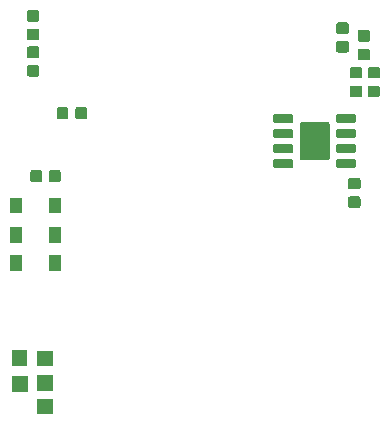
<source format=gbr>
G04 #@! TF.GenerationSoftware,KiCad,Pcbnew,5.1.4-1.fc30*
G04 #@! TF.CreationDate,2020-04-06T19:00:12+02:00*
G04 #@! TF.ProjectId,venom,76656e6f-6d2e-46b6-9963-61645f706362,rev?*
G04 #@! TF.SameCoordinates,Original*
G04 #@! TF.FileFunction,Soldermask,Bot*
G04 #@! TF.FilePolarity,Negative*
%FSLAX46Y46*%
G04 Gerber Fmt 4.6, Leading zero omitted, Abs format (unit mm)*
G04 Created by KiCad (PCBNEW 5.1.4-1.fc30) date 2020-04-06 19:00:12*
%MOMM*%
%LPD*%
G04 APERTURE LIST*
%ADD10C,0.100000*%
G04 APERTURE END LIST*
D10*
G36*
X149651000Y-138251000D02*
G01*
X148349000Y-138251000D01*
X148349000Y-136949000D01*
X149651000Y-136949000D01*
X149651000Y-138251000D01*
X149651000Y-138251000D01*
G37*
G36*
X147551000Y-136351000D02*
G01*
X146249000Y-136351000D01*
X146249000Y-135049000D01*
X147551000Y-135049000D01*
X147551000Y-136351000D01*
X147551000Y-136351000D01*
G37*
G36*
X149651000Y-136251000D02*
G01*
X148349000Y-136251000D01*
X148349000Y-134949000D01*
X149651000Y-134949000D01*
X149651000Y-136251000D01*
X149651000Y-136251000D01*
G37*
G36*
X149651000Y-134201000D02*
G01*
X148349000Y-134201000D01*
X148349000Y-132899000D01*
X149651000Y-132899000D01*
X149651000Y-134201000D01*
X149651000Y-134201000D01*
G37*
G36*
X147501000Y-134151000D02*
G01*
X146199000Y-134151000D01*
X146199000Y-132849000D01*
X147501000Y-132849000D01*
X147501000Y-134151000D01*
X147501000Y-134151000D01*
G37*
G36*
X150341000Y-126101000D02*
G01*
X149339000Y-126101000D01*
X149339000Y-124799000D01*
X150341000Y-124799000D01*
X150341000Y-126101000D01*
X150341000Y-126101000D01*
G37*
G36*
X147041000Y-126101000D02*
G01*
X146039000Y-126101000D01*
X146039000Y-124799000D01*
X147041000Y-124799000D01*
X147041000Y-126101000D01*
X147041000Y-126101000D01*
G37*
G36*
X147041000Y-123721000D02*
G01*
X146039000Y-123721000D01*
X146039000Y-122419000D01*
X147041000Y-122419000D01*
X147041000Y-123721000D01*
X147041000Y-123721000D01*
G37*
G36*
X150341000Y-123721000D02*
G01*
X149339000Y-123721000D01*
X149339000Y-122419000D01*
X150341000Y-122419000D01*
X150341000Y-123721000D01*
X150341000Y-123721000D01*
G37*
G36*
X147051000Y-121211000D02*
G01*
X146049000Y-121211000D01*
X146049000Y-119909000D01*
X147051000Y-119909000D01*
X147051000Y-121211000D01*
X147051000Y-121211000D01*
G37*
G36*
X150351000Y-121211000D02*
G01*
X149349000Y-121211000D01*
X149349000Y-119909000D01*
X150351000Y-119909000D01*
X150351000Y-121211000D01*
X150351000Y-121211000D01*
G37*
G36*
X175579591Y-119803085D02*
G01*
X175613569Y-119813393D01*
X175644890Y-119830134D01*
X175672339Y-119852661D01*
X175694866Y-119880110D01*
X175711607Y-119911431D01*
X175721915Y-119945409D01*
X175726000Y-119986890D01*
X175726000Y-120588110D01*
X175721915Y-120629591D01*
X175711607Y-120663569D01*
X175694866Y-120694890D01*
X175672339Y-120722339D01*
X175644890Y-120744866D01*
X175613569Y-120761607D01*
X175579591Y-120771915D01*
X175538110Y-120776000D01*
X174861890Y-120776000D01*
X174820409Y-120771915D01*
X174786431Y-120761607D01*
X174755110Y-120744866D01*
X174727661Y-120722339D01*
X174705134Y-120694890D01*
X174688393Y-120663569D01*
X174678085Y-120629591D01*
X174674000Y-120588110D01*
X174674000Y-119986890D01*
X174678085Y-119945409D01*
X174688393Y-119911431D01*
X174705134Y-119880110D01*
X174727661Y-119852661D01*
X174755110Y-119830134D01*
X174786431Y-119813393D01*
X174820409Y-119803085D01*
X174861890Y-119799000D01*
X175538110Y-119799000D01*
X175579591Y-119803085D01*
X175579591Y-119803085D01*
G37*
G36*
X175579591Y-118228085D02*
G01*
X175613569Y-118238393D01*
X175644890Y-118255134D01*
X175672339Y-118277661D01*
X175694866Y-118305110D01*
X175711607Y-118336431D01*
X175721915Y-118370409D01*
X175726000Y-118411890D01*
X175726000Y-119013110D01*
X175721915Y-119054591D01*
X175711607Y-119088569D01*
X175694866Y-119119890D01*
X175672339Y-119147339D01*
X175644890Y-119169866D01*
X175613569Y-119186607D01*
X175579591Y-119196915D01*
X175538110Y-119201000D01*
X174861890Y-119201000D01*
X174820409Y-119196915D01*
X174786431Y-119186607D01*
X174755110Y-119169866D01*
X174727661Y-119147339D01*
X174705134Y-119119890D01*
X174688393Y-119088569D01*
X174678085Y-119054591D01*
X174674000Y-119013110D01*
X174674000Y-118411890D01*
X174678085Y-118370409D01*
X174688393Y-118336431D01*
X174705134Y-118305110D01*
X174727661Y-118277661D01*
X174755110Y-118255134D01*
X174786431Y-118238393D01*
X174820409Y-118228085D01*
X174861890Y-118224000D01*
X175538110Y-118224000D01*
X175579591Y-118228085D01*
X175579591Y-118228085D01*
G37*
G36*
X148604591Y-117558085D02*
G01*
X148638569Y-117568393D01*
X148669890Y-117585134D01*
X148697339Y-117607661D01*
X148719866Y-117635110D01*
X148736607Y-117666431D01*
X148746915Y-117700409D01*
X148751000Y-117741890D01*
X148751000Y-118418110D01*
X148746915Y-118459591D01*
X148736607Y-118493569D01*
X148719866Y-118524890D01*
X148697339Y-118552339D01*
X148669890Y-118574866D01*
X148638569Y-118591607D01*
X148604591Y-118601915D01*
X148563110Y-118606000D01*
X147961890Y-118606000D01*
X147920409Y-118601915D01*
X147886431Y-118591607D01*
X147855110Y-118574866D01*
X147827661Y-118552339D01*
X147805134Y-118524890D01*
X147788393Y-118493569D01*
X147778085Y-118459591D01*
X147774000Y-118418110D01*
X147774000Y-117741890D01*
X147778085Y-117700409D01*
X147788393Y-117666431D01*
X147805134Y-117635110D01*
X147827661Y-117607661D01*
X147855110Y-117585134D01*
X147886431Y-117568393D01*
X147920409Y-117558085D01*
X147961890Y-117554000D01*
X148563110Y-117554000D01*
X148604591Y-117558085D01*
X148604591Y-117558085D01*
G37*
G36*
X150179591Y-117558085D02*
G01*
X150213569Y-117568393D01*
X150244890Y-117585134D01*
X150272339Y-117607661D01*
X150294866Y-117635110D01*
X150311607Y-117666431D01*
X150321915Y-117700409D01*
X150326000Y-117741890D01*
X150326000Y-118418110D01*
X150321915Y-118459591D01*
X150311607Y-118493569D01*
X150294866Y-118524890D01*
X150272339Y-118552339D01*
X150244890Y-118574866D01*
X150213569Y-118591607D01*
X150179591Y-118601915D01*
X150138110Y-118606000D01*
X149536890Y-118606000D01*
X149495409Y-118601915D01*
X149461431Y-118591607D01*
X149430110Y-118574866D01*
X149402661Y-118552339D01*
X149380134Y-118524890D01*
X149363393Y-118493569D01*
X149353085Y-118459591D01*
X149349000Y-118418110D01*
X149349000Y-117741890D01*
X149353085Y-117700409D01*
X149363393Y-117666431D01*
X149380134Y-117635110D01*
X149402661Y-117607661D01*
X149430110Y-117585134D01*
X149461431Y-117568393D01*
X149495409Y-117558085D01*
X149536890Y-117554000D01*
X150138110Y-117554000D01*
X150179591Y-117558085D01*
X150179591Y-117558085D01*
G37*
G36*
X169959928Y-116676764D02*
G01*
X169981009Y-116683160D01*
X170000445Y-116693548D01*
X170017476Y-116707524D01*
X170031452Y-116724555D01*
X170041840Y-116743991D01*
X170048236Y-116765072D01*
X170051000Y-116793140D01*
X170051000Y-117256860D01*
X170048236Y-117284928D01*
X170041840Y-117306009D01*
X170031452Y-117325445D01*
X170017476Y-117342476D01*
X170000445Y-117356452D01*
X169981009Y-117366840D01*
X169959928Y-117373236D01*
X169931860Y-117376000D01*
X168468140Y-117376000D01*
X168440072Y-117373236D01*
X168418991Y-117366840D01*
X168399555Y-117356452D01*
X168382524Y-117342476D01*
X168368548Y-117325445D01*
X168358160Y-117306009D01*
X168351764Y-117284928D01*
X168349000Y-117256860D01*
X168349000Y-116793140D01*
X168351764Y-116765072D01*
X168358160Y-116743991D01*
X168368548Y-116724555D01*
X168382524Y-116707524D01*
X168399555Y-116693548D01*
X168418991Y-116683160D01*
X168440072Y-116676764D01*
X168468140Y-116674000D01*
X169931860Y-116674000D01*
X169959928Y-116676764D01*
X169959928Y-116676764D01*
G37*
G36*
X175259928Y-116676764D02*
G01*
X175281009Y-116683160D01*
X175300445Y-116693548D01*
X175317476Y-116707524D01*
X175331452Y-116724555D01*
X175341840Y-116743991D01*
X175348236Y-116765072D01*
X175351000Y-116793140D01*
X175351000Y-117256860D01*
X175348236Y-117284928D01*
X175341840Y-117306009D01*
X175331452Y-117325445D01*
X175317476Y-117342476D01*
X175300445Y-117356452D01*
X175281009Y-117366840D01*
X175259928Y-117373236D01*
X175231860Y-117376000D01*
X173768140Y-117376000D01*
X173740072Y-117373236D01*
X173718991Y-117366840D01*
X173699555Y-117356452D01*
X173682524Y-117342476D01*
X173668548Y-117325445D01*
X173658160Y-117306009D01*
X173651764Y-117284928D01*
X173649000Y-117256860D01*
X173649000Y-116793140D01*
X173651764Y-116765072D01*
X173658160Y-116743991D01*
X173668548Y-116724555D01*
X173682524Y-116707524D01*
X173699555Y-116693548D01*
X173718991Y-116683160D01*
X173740072Y-116676764D01*
X173768140Y-116674000D01*
X175231860Y-116674000D01*
X175259928Y-116676764D01*
X175259928Y-116676764D01*
G37*
G36*
X172975877Y-113522696D02*
G01*
X173006062Y-113531853D01*
X173033883Y-113546723D01*
X173058266Y-113566734D01*
X173078277Y-113591117D01*
X173093147Y-113618938D01*
X173102304Y-113649123D01*
X173106000Y-113686652D01*
X173106000Y-116553348D01*
X173102304Y-116590877D01*
X173093147Y-116621062D01*
X173078277Y-116648883D01*
X173058266Y-116673266D01*
X173033883Y-116693277D01*
X173006062Y-116708147D01*
X172975877Y-116717304D01*
X172938348Y-116721000D01*
X170761652Y-116721000D01*
X170724123Y-116717304D01*
X170693938Y-116708147D01*
X170666117Y-116693277D01*
X170641734Y-116673266D01*
X170621723Y-116648883D01*
X170606853Y-116621062D01*
X170597696Y-116590877D01*
X170594000Y-116553348D01*
X170594000Y-113686652D01*
X170597696Y-113649123D01*
X170606853Y-113618938D01*
X170621723Y-113591117D01*
X170641734Y-113566734D01*
X170666117Y-113546723D01*
X170693938Y-113531853D01*
X170724123Y-113522696D01*
X170761652Y-113519000D01*
X172938348Y-113519000D01*
X172975877Y-113522696D01*
X172975877Y-113522696D01*
G37*
G36*
X175259928Y-115406764D02*
G01*
X175281009Y-115413160D01*
X175300445Y-115423548D01*
X175317476Y-115437524D01*
X175331452Y-115454555D01*
X175341840Y-115473991D01*
X175348236Y-115495072D01*
X175351000Y-115523140D01*
X175351000Y-115986860D01*
X175348236Y-116014928D01*
X175341840Y-116036009D01*
X175331452Y-116055445D01*
X175317476Y-116072476D01*
X175300445Y-116086452D01*
X175281009Y-116096840D01*
X175259928Y-116103236D01*
X175231860Y-116106000D01*
X173768140Y-116106000D01*
X173740072Y-116103236D01*
X173718991Y-116096840D01*
X173699555Y-116086452D01*
X173682524Y-116072476D01*
X173668548Y-116055445D01*
X173658160Y-116036009D01*
X173651764Y-116014928D01*
X173649000Y-115986860D01*
X173649000Y-115523140D01*
X173651764Y-115495072D01*
X173658160Y-115473991D01*
X173668548Y-115454555D01*
X173682524Y-115437524D01*
X173699555Y-115423548D01*
X173718991Y-115413160D01*
X173740072Y-115406764D01*
X173768140Y-115404000D01*
X175231860Y-115404000D01*
X175259928Y-115406764D01*
X175259928Y-115406764D01*
G37*
G36*
X169959928Y-115406764D02*
G01*
X169981009Y-115413160D01*
X170000445Y-115423548D01*
X170017476Y-115437524D01*
X170031452Y-115454555D01*
X170041840Y-115473991D01*
X170048236Y-115495072D01*
X170051000Y-115523140D01*
X170051000Y-115986860D01*
X170048236Y-116014928D01*
X170041840Y-116036009D01*
X170031452Y-116055445D01*
X170017476Y-116072476D01*
X170000445Y-116086452D01*
X169981009Y-116096840D01*
X169959928Y-116103236D01*
X169931860Y-116106000D01*
X168468140Y-116106000D01*
X168440072Y-116103236D01*
X168418991Y-116096840D01*
X168399555Y-116086452D01*
X168382524Y-116072476D01*
X168368548Y-116055445D01*
X168358160Y-116036009D01*
X168351764Y-116014928D01*
X168349000Y-115986860D01*
X168349000Y-115523140D01*
X168351764Y-115495072D01*
X168358160Y-115473991D01*
X168368548Y-115454555D01*
X168382524Y-115437524D01*
X168399555Y-115423548D01*
X168418991Y-115413160D01*
X168440072Y-115406764D01*
X168468140Y-115404000D01*
X169931860Y-115404000D01*
X169959928Y-115406764D01*
X169959928Y-115406764D01*
G37*
G36*
X175259928Y-114136764D02*
G01*
X175281009Y-114143160D01*
X175300445Y-114153548D01*
X175317476Y-114167524D01*
X175331452Y-114184555D01*
X175341840Y-114203991D01*
X175348236Y-114225072D01*
X175351000Y-114253140D01*
X175351000Y-114716860D01*
X175348236Y-114744928D01*
X175341840Y-114766009D01*
X175331452Y-114785445D01*
X175317476Y-114802476D01*
X175300445Y-114816452D01*
X175281009Y-114826840D01*
X175259928Y-114833236D01*
X175231860Y-114836000D01*
X173768140Y-114836000D01*
X173740072Y-114833236D01*
X173718991Y-114826840D01*
X173699555Y-114816452D01*
X173682524Y-114802476D01*
X173668548Y-114785445D01*
X173658160Y-114766009D01*
X173651764Y-114744928D01*
X173649000Y-114716860D01*
X173649000Y-114253140D01*
X173651764Y-114225072D01*
X173658160Y-114203991D01*
X173668548Y-114184555D01*
X173682524Y-114167524D01*
X173699555Y-114153548D01*
X173718991Y-114143160D01*
X173740072Y-114136764D01*
X173768140Y-114134000D01*
X175231860Y-114134000D01*
X175259928Y-114136764D01*
X175259928Y-114136764D01*
G37*
G36*
X169959928Y-114136764D02*
G01*
X169981009Y-114143160D01*
X170000445Y-114153548D01*
X170017476Y-114167524D01*
X170031452Y-114184555D01*
X170041840Y-114203991D01*
X170048236Y-114225072D01*
X170051000Y-114253140D01*
X170051000Y-114716860D01*
X170048236Y-114744928D01*
X170041840Y-114766009D01*
X170031452Y-114785445D01*
X170017476Y-114802476D01*
X170000445Y-114816452D01*
X169981009Y-114826840D01*
X169959928Y-114833236D01*
X169931860Y-114836000D01*
X168468140Y-114836000D01*
X168440072Y-114833236D01*
X168418991Y-114826840D01*
X168399555Y-114816452D01*
X168382524Y-114802476D01*
X168368548Y-114785445D01*
X168358160Y-114766009D01*
X168351764Y-114744928D01*
X168349000Y-114716860D01*
X168349000Y-114253140D01*
X168351764Y-114225072D01*
X168358160Y-114203991D01*
X168368548Y-114184555D01*
X168382524Y-114167524D01*
X168399555Y-114153548D01*
X168418991Y-114143160D01*
X168440072Y-114136764D01*
X168468140Y-114134000D01*
X169931860Y-114134000D01*
X169959928Y-114136764D01*
X169959928Y-114136764D01*
G37*
G36*
X175259928Y-112866764D02*
G01*
X175281009Y-112873160D01*
X175300445Y-112883548D01*
X175317476Y-112897524D01*
X175331452Y-112914555D01*
X175341840Y-112933991D01*
X175348236Y-112955072D01*
X175351000Y-112983140D01*
X175351000Y-113446860D01*
X175348236Y-113474928D01*
X175341840Y-113496009D01*
X175331452Y-113515445D01*
X175317476Y-113532476D01*
X175300445Y-113546452D01*
X175281009Y-113556840D01*
X175259928Y-113563236D01*
X175231860Y-113566000D01*
X173768140Y-113566000D01*
X173740072Y-113563236D01*
X173718991Y-113556840D01*
X173699555Y-113546452D01*
X173682524Y-113532476D01*
X173668548Y-113515445D01*
X173658160Y-113496009D01*
X173651764Y-113474928D01*
X173649000Y-113446860D01*
X173649000Y-112983140D01*
X173651764Y-112955072D01*
X173658160Y-112933991D01*
X173668548Y-112914555D01*
X173682524Y-112897524D01*
X173699555Y-112883548D01*
X173718991Y-112873160D01*
X173740072Y-112866764D01*
X173768140Y-112864000D01*
X175231860Y-112864000D01*
X175259928Y-112866764D01*
X175259928Y-112866764D01*
G37*
G36*
X169959928Y-112866764D02*
G01*
X169981009Y-112873160D01*
X170000445Y-112883548D01*
X170017476Y-112897524D01*
X170031452Y-112914555D01*
X170041840Y-112933991D01*
X170048236Y-112955072D01*
X170051000Y-112983140D01*
X170051000Y-113446860D01*
X170048236Y-113474928D01*
X170041840Y-113496009D01*
X170031452Y-113515445D01*
X170017476Y-113532476D01*
X170000445Y-113546452D01*
X169981009Y-113556840D01*
X169959928Y-113563236D01*
X169931860Y-113566000D01*
X168468140Y-113566000D01*
X168440072Y-113563236D01*
X168418991Y-113556840D01*
X168399555Y-113546452D01*
X168382524Y-113532476D01*
X168368548Y-113515445D01*
X168358160Y-113496009D01*
X168351764Y-113474928D01*
X168349000Y-113446860D01*
X168349000Y-112983140D01*
X168351764Y-112955072D01*
X168358160Y-112933991D01*
X168368548Y-112914555D01*
X168382524Y-112897524D01*
X168399555Y-112883548D01*
X168418991Y-112873160D01*
X168440072Y-112866764D01*
X168468140Y-112864000D01*
X169931860Y-112864000D01*
X169959928Y-112866764D01*
X169959928Y-112866764D01*
G37*
G36*
X150844591Y-112238085D02*
G01*
X150878569Y-112248393D01*
X150909890Y-112265134D01*
X150937339Y-112287661D01*
X150959866Y-112315110D01*
X150976607Y-112346431D01*
X150986915Y-112380409D01*
X150991000Y-112421890D01*
X150991000Y-113098110D01*
X150986915Y-113139591D01*
X150976607Y-113173569D01*
X150959866Y-113204890D01*
X150937339Y-113232339D01*
X150909890Y-113254866D01*
X150878569Y-113271607D01*
X150844591Y-113281915D01*
X150803110Y-113286000D01*
X150201890Y-113286000D01*
X150160409Y-113281915D01*
X150126431Y-113271607D01*
X150095110Y-113254866D01*
X150067661Y-113232339D01*
X150045134Y-113204890D01*
X150028393Y-113173569D01*
X150018085Y-113139591D01*
X150014000Y-113098110D01*
X150014000Y-112421890D01*
X150018085Y-112380409D01*
X150028393Y-112346431D01*
X150045134Y-112315110D01*
X150067661Y-112287661D01*
X150095110Y-112265134D01*
X150126431Y-112248393D01*
X150160409Y-112238085D01*
X150201890Y-112234000D01*
X150803110Y-112234000D01*
X150844591Y-112238085D01*
X150844591Y-112238085D01*
G37*
G36*
X152419591Y-112238085D02*
G01*
X152453569Y-112248393D01*
X152484890Y-112265134D01*
X152512339Y-112287661D01*
X152534866Y-112315110D01*
X152551607Y-112346431D01*
X152561915Y-112380409D01*
X152566000Y-112421890D01*
X152566000Y-113098110D01*
X152561915Y-113139591D01*
X152551607Y-113173569D01*
X152534866Y-113204890D01*
X152512339Y-113232339D01*
X152484890Y-113254866D01*
X152453569Y-113271607D01*
X152419591Y-113281915D01*
X152378110Y-113286000D01*
X151776890Y-113286000D01*
X151735409Y-113281915D01*
X151701431Y-113271607D01*
X151670110Y-113254866D01*
X151642661Y-113232339D01*
X151620134Y-113204890D01*
X151603393Y-113173569D01*
X151593085Y-113139591D01*
X151589000Y-113098110D01*
X151589000Y-112421890D01*
X151593085Y-112380409D01*
X151603393Y-112346431D01*
X151620134Y-112315110D01*
X151642661Y-112287661D01*
X151670110Y-112265134D01*
X151701431Y-112248393D01*
X151735409Y-112238085D01*
X151776890Y-112234000D01*
X152378110Y-112234000D01*
X152419591Y-112238085D01*
X152419591Y-112238085D01*
G37*
G36*
X177239591Y-110423085D02*
G01*
X177273569Y-110433393D01*
X177304890Y-110450134D01*
X177332339Y-110472661D01*
X177354866Y-110500110D01*
X177371607Y-110531431D01*
X177381915Y-110565409D01*
X177386000Y-110606890D01*
X177386000Y-111208110D01*
X177381915Y-111249591D01*
X177371607Y-111283569D01*
X177354866Y-111314890D01*
X177332339Y-111342339D01*
X177304890Y-111364866D01*
X177273569Y-111381607D01*
X177239591Y-111391915D01*
X177198110Y-111396000D01*
X176521890Y-111396000D01*
X176480409Y-111391915D01*
X176446431Y-111381607D01*
X176415110Y-111364866D01*
X176387661Y-111342339D01*
X176365134Y-111314890D01*
X176348393Y-111283569D01*
X176338085Y-111249591D01*
X176334000Y-111208110D01*
X176334000Y-110606890D01*
X176338085Y-110565409D01*
X176348393Y-110531431D01*
X176365134Y-110500110D01*
X176387661Y-110472661D01*
X176415110Y-110450134D01*
X176446431Y-110433393D01*
X176480409Y-110423085D01*
X176521890Y-110419000D01*
X177198110Y-110419000D01*
X177239591Y-110423085D01*
X177239591Y-110423085D01*
G37*
G36*
X175719591Y-110423085D02*
G01*
X175753569Y-110433393D01*
X175784890Y-110450134D01*
X175812339Y-110472661D01*
X175834866Y-110500110D01*
X175851607Y-110531431D01*
X175861915Y-110565409D01*
X175866000Y-110606890D01*
X175866000Y-111208110D01*
X175861915Y-111249591D01*
X175851607Y-111283569D01*
X175834866Y-111314890D01*
X175812339Y-111342339D01*
X175784890Y-111364866D01*
X175753569Y-111381607D01*
X175719591Y-111391915D01*
X175678110Y-111396000D01*
X175001890Y-111396000D01*
X174960409Y-111391915D01*
X174926431Y-111381607D01*
X174895110Y-111364866D01*
X174867661Y-111342339D01*
X174845134Y-111314890D01*
X174828393Y-111283569D01*
X174818085Y-111249591D01*
X174814000Y-111208110D01*
X174814000Y-110606890D01*
X174818085Y-110565409D01*
X174828393Y-110531431D01*
X174845134Y-110500110D01*
X174867661Y-110472661D01*
X174895110Y-110450134D01*
X174926431Y-110433393D01*
X174960409Y-110423085D01*
X175001890Y-110419000D01*
X175678110Y-110419000D01*
X175719591Y-110423085D01*
X175719591Y-110423085D01*
G37*
G36*
X175719591Y-108848085D02*
G01*
X175753569Y-108858393D01*
X175784890Y-108875134D01*
X175812339Y-108897661D01*
X175834866Y-108925110D01*
X175851607Y-108956431D01*
X175861915Y-108990409D01*
X175866000Y-109031890D01*
X175866000Y-109633110D01*
X175861915Y-109674591D01*
X175851607Y-109708569D01*
X175834866Y-109739890D01*
X175812339Y-109767339D01*
X175784890Y-109789866D01*
X175753569Y-109806607D01*
X175719591Y-109816915D01*
X175678110Y-109821000D01*
X175001890Y-109821000D01*
X174960409Y-109816915D01*
X174926431Y-109806607D01*
X174895110Y-109789866D01*
X174867661Y-109767339D01*
X174845134Y-109739890D01*
X174828393Y-109708569D01*
X174818085Y-109674591D01*
X174814000Y-109633110D01*
X174814000Y-109031890D01*
X174818085Y-108990409D01*
X174828393Y-108956431D01*
X174845134Y-108925110D01*
X174867661Y-108897661D01*
X174895110Y-108875134D01*
X174926431Y-108858393D01*
X174960409Y-108848085D01*
X175001890Y-108844000D01*
X175678110Y-108844000D01*
X175719591Y-108848085D01*
X175719591Y-108848085D01*
G37*
G36*
X177239591Y-108848085D02*
G01*
X177273569Y-108858393D01*
X177304890Y-108875134D01*
X177332339Y-108897661D01*
X177354866Y-108925110D01*
X177371607Y-108956431D01*
X177381915Y-108990409D01*
X177386000Y-109031890D01*
X177386000Y-109633110D01*
X177381915Y-109674591D01*
X177371607Y-109708569D01*
X177354866Y-109739890D01*
X177332339Y-109767339D01*
X177304890Y-109789866D01*
X177273569Y-109806607D01*
X177239591Y-109816915D01*
X177198110Y-109821000D01*
X176521890Y-109821000D01*
X176480409Y-109816915D01*
X176446431Y-109806607D01*
X176415110Y-109789866D01*
X176387661Y-109767339D01*
X176365134Y-109739890D01*
X176348393Y-109708569D01*
X176338085Y-109674591D01*
X176334000Y-109633110D01*
X176334000Y-109031890D01*
X176338085Y-108990409D01*
X176348393Y-108956431D01*
X176365134Y-108925110D01*
X176387661Y-108897661D01*
X176415110Y-108875134D01*
X176446431Y-108858393D01*
X176480409Y-108848085D01*
X176521890Y-108844000D01*
X177198110Y-108844000D01*
X177239591Y-108848085D01*
X177239591Y-108848085D01*
G37*
G36*
X148379591Y-108683085D02*
G01*
X148413569Y-108693393D01*
X148444890Y-108710134D01*
X148472339Y-108732661D01*
X148494866Y-108760110D01*
X148511607Y-108791431D01*
X148521915Y-108825409D01*
X148526000Y-108866890D01*
X148526000Y-109468110D01*
X148521915Y-109509591D01*
X148511607Y-109543569D01*
X148494866Y-109574890D01*
X148472339Y-109602339D01*
X148444890Y-109624866D01*
X148413569Y-109641607D01*
X148379591Y-109651915D01*
X148338110Y-109656000D01*
X147661890Y-109656000D01*
X147620409Y-109651915D01*
X147586431Y-109641607D01*
X147555110Y-109624866D01*
X147527661Y-109602339D01*
X147505134Y-109574890D01*
X147488393Y-109543569D01*
X147478085Y-109509591D01*
X147474000Y-109468110D01*
X147474000Y-108866890D01*
X147478085Y-108825409D01*
X147488393Y-108791431D01*
X147505134Y-108760110D01*
X147527661Y-108732661D01*
X147555110Y-108710134D01*
X147586431Y-108693393D01*
X147620409Y-108683085D01*
X147661890Y-108679000D01*
X148338110Y-108679000D01*
X148379591Y-108683085D01*
X148379591Y-108683085D01*
G37*
G36*
X176379591Y-107303085D02*
G01*
X176413569Y-107313393D01*
X176444890Y-107330134D01*
X176472339Y-107352661D01*
X176494866Y-107380110D01*
X176511607Y-107411431D01*
X176521915Y-107445409D01*
X176526000Y-107486890D01*
X176526000Y-108088110D01*
X176521915Y-108129591D01*
X176511607Y-108163569D01*
X176494866Y-108194890D01*
X176472339Y-108222339D01*
X176444890Y-108244866D01*
X176413569Y-108261607D01*
X176379591Y-108271915D01*
X176338110Y-108276000D01*
X175661890Y-108276000D01*
X175620409Y-108271915D01*
X175586431Y-108261607D01*
X175555110Y-108244866D01*
X175527661Y-108222339D01*
X175505134Y-108194890D01*
X175488393Y-108163569D01*
X175478085Y-108129591D01*
X175474000Y-108088110D01*
X175474000Y-107486890D01*
X175478085Y-107445409D01*
X175488393Y-107411431D01*
X175505134Y-107380110D01*
X175527661Y-107352661D01*
X175555110Y-107330134D01*
X175586431Y-107313393D01*
X175620409Y-107303085D01*
X175661890Y-107299000D01*
X176338110Y-107299000D01*
X176379591Y-107303085D01*
X176379591Y-107303085D01*
G37*
G36*
X148379591Y-107108085D02*
G01*
X148413569Y-107118393D01*
X148444890Y-107135134D01*
X148472339Y-107157661D01*
X148494866Y-107185110D01*
X148511607Y-107216431D01*
X148521915Y-107250409D01*
X148526000Y-107291890D01*
X148526000Y-107893110D01*
X148521915Y-107934591D01*
X148511607Y-107968569D01*
X148494866Y-107999890D01*
X148472339Y-108027339D01*
X148444890Y-108049866D01*
X148413569Y-108066607D01*
X148379591Y-108076915D01*
X148338110Y-108081000D01*
X147661890Y-108081000D01*
X147620409Y-108076915D01*
X147586431Y-108066607D01*
X147555110Y-108049866D01*
X147527661Y-108027339D01*
X147505134Y-107999890D01*
X147488393Y-107968569D01*
X147478085Y-107934591D01*
X147474000Y-107893110D01*
X147474000Y-107291890D01*
X147478085Y-107250409D01*
X147488393Y-107216431D01*
X147505134Y-107185110D01*
X147527661Y-107157661D01*
X147555110Y-107135134D01*
X147586431Y-107118393D01*
X147620409Y-107108085D01*
X147661890Y-107104000D01*
X148338110Y-107104000D01*
X148379591Y-107108085D01*
X148379591Y-107108085D01*
G37*
G36*
X174579591Y-106653085D02*
G01*
X174613569Y-106663393D01*
X174644890Y-106680134D01*
X174672339Y-106702661D01*
X174694866Y-106730110D01*
X174711607Y-106761431D01*
X174721915Y-106795409D01*
X174726000Y-106836890D01*
X174726000Y-107438110D01*
X174721915Y-107479591D01*
X174711607Y-107513569D01*
X174694866Y-107544890D01*
X174672339Y-107572339D01*
X174644890Y-107594866D01*
X174613569Y-107611607D01*
X174579591Y-107621915D01*
X174538110Y-107626000D01*
X173861890Y-107626000D01*
X173820409Y-107621915D01*
X173786431Y-107611607D01*
X173755110Y-107594866D01*
X173727661Y-107572339D01*
X173705134Y-107544890D01*
X173688393Y-107513569D01*
X173678085Y-107479591D01*
X173674000Y-107438110D01*
X173674000Y-106836890D01*
X173678085Y-106795409D01*
X173688393Y-106761431D01*
X173705134Y-106730110D01*
X173727661Y-106702661D01*
X173755110Y-106680134D01*
X173786431Y-106663393D01*
X173820409Y-106653085D01*
X173861890Y-106649000D01*
X174538110Y-106649000D01*
X174579591Y-106653085D01*
X174579591Y-106653085D01*
G37*
G36*
X176379591Y-105728085D02*
G01*
X176413569Y-105738393D01*
X176444890Y-105755134D01*
X176472339Y-105777661D01*
X176494866Y-105805110D01*
X176511607Y-105836431D01*
X176521915Y-105870409D01*
X176526000Y-105911890D01*
X176526000Y-106513110D01*
X176521915Y-106554591D01*
X176511607Y-106588569D01*
X176494866Y-106619890D01*
X176472339Y-106647339D01*
X176444890Y-106669866D01*
X176413569Y-106686607D01*
X176379591Y-106696915D01*
X176338110Y-106701000D01*
X175661890Y-106701000D01*
X175620409Y-106696915D01*
X175586431Y-106686607D01*
X175555110Y-106669866D01*
X175527661Y-106647339D01*
X175505134Y-106619890D01*
X175488393Y-106588569D01*
X175478085Y-106554591D01*
X175474000Y-106513110D01*
X175474000Y-105911890D01*
X175478085Y-105870409D01*
X175488393Y-105836431D01*
X175505134Y-105805110D01*
X175527661Y-105777661D01*
X175555110Y-105755134D01*
X175586431Y-105738393D01*
X175620409Y-105728085D01*
X175661890Y-105724000D01*
X176338110Y-105724000D01*
X176379591Y-105728085D01*
X176379591Y-105728085D01*
G37*
G36*
X148379591Y-105623085D02*
G01*
X148413569Y-105633393D01*
X148444890Y-105650134D01*
X148472339Y-105672661D01*
X148494866Y-105700110D01*
X148511607Y-105731431D01*
X148521915Y-105765409D01*
X148526000Y-105806890D01*
X148526000Y-106408110D01*
X148521915Y-106449591D01*
X148511607Y-106483569D01*
X148494866Y-106514890D01*
X148472339Y-106542339D01*
X148444890Y-106564866D01*
X148413569Y-106581607D01*
X148379591Y-106591915D01*
X148338110Y-106596000D01*
X147661890Y-106596000D01*
X147620409Y-106591915D01*
X147586431Y-106581607D01*
X147555110Y-106564866D01*
X147527661Y-106542339D01*
X147505134Y-106514890D01*
X147488393Y-106483569D01*
X147478085Y-106449591D01*
X147474000Y-106408110D01*
X147474000Y-105806890D01*
X147478085Y-105765409D01*
X147488393Y-105731431D01*
X147505134Y-105700110D01*
X147527661Y-105672661D01*
X147555110Y-105650134D01*
X147586431Y-105633393D01*
X147620409Y-105623085D01*
X147661890Y-105619000D01*
X148338110Y-105619000D01*
X148379591Y-105623085D01*
X148379591Y-105623085D01*
G37*
G36*
X174579591Y-105078085D02*
G01*
X174613569Y-105088393D01*
X174644890Y-105105134D01*
X174672339Y-105127661D01*
X174694866Y-105155110D01*
X174711607Y-105186431D01*
X174721915Y-105220409D01*
X174726000Y-105261890D01*
X174726000Y-105863110D01*
X174721915Y-105904591D01*
X174711607Y-105938569D01*
X174694866Y-105969890D01*
X174672339Y-105997339D01*
X174644890Y-106019866D01*
X174613569Y-106036607D01*
X174579591Y-106046915D01*
X174538110Y-106051000D01*
X173861890Y-106051000D01*
X173820409Y-106046915D01*
X173786431Y-106036607D01*
X173755110Y-106019866D01*
X173727661Y-105997339D01*
X173705134Y-105969890D01*
X173688393Y-105938569D01*
X173678085Y-105904591D01*
X173674000Y-105863110D01*
X173674000Y-105261890D01*
X173678085Y-105220409D01*
X173688393Y-105186431D01*
X173705134Y-105155110D01*
X173727661Y-105127661D01*
X173755110Y-105105134D01*
X173786431Y-105088393D01*
X173820409Y-105078085D01*
X173861890Y-105074000D01*
X174538110Y-105074000D01*
X174579591Y-105078085D01*
X174579591Y-105078085D01*
G37*
G36*
X148379591Y-104048085D02*
G01*
X148413569Y-104058393D01*
X148444890Y-104075134D01*
X148472339Y-104097661D01*
X148494866Y-104125110D01*
X148511607Y-104156431D01*
X148521915Y-104190409D01*
X148526000Y-104231890D01*
X148526000Y-104833110D01*
X148521915Y-104874591D01*
X148511607Y-104908569D01*
X148494866Y-104939890D01*
X148472339Y-104967339D01*
X148444890Y-104989866D01*
X148413569Y-105006607D01*
X148379591Y-105016915D01*
X148338110Y-105021000D01*
X147661890Y-105021000D01*
X147620409Y-105016915D01*
X147586431Y-105006607D01*
X147555110Y-104989866D01*
X147527661Y-104967339D01*
X147505134Y-104939890D01*
X147488393Y-104908569D01*
X147478085Y-104874591D01*
X147474000Y-104833110D01*
X147474000Y-104231890D01*
X147478085Y-104190409D01*
X147488393Y-104156431D01*
X147505134Y-104125110D01*
X147527661Y-104097661D01*
X147555110Y-104075134D01*
X147586431Y-104058393D01*
X147620409Y-104048085D01*
X147661890Y-104044000D01*
X148338110Y-104044000D01*
X148379591Y-104048085D01*
X148379591Y-104048085D01*
G37*
M02*

</source>
